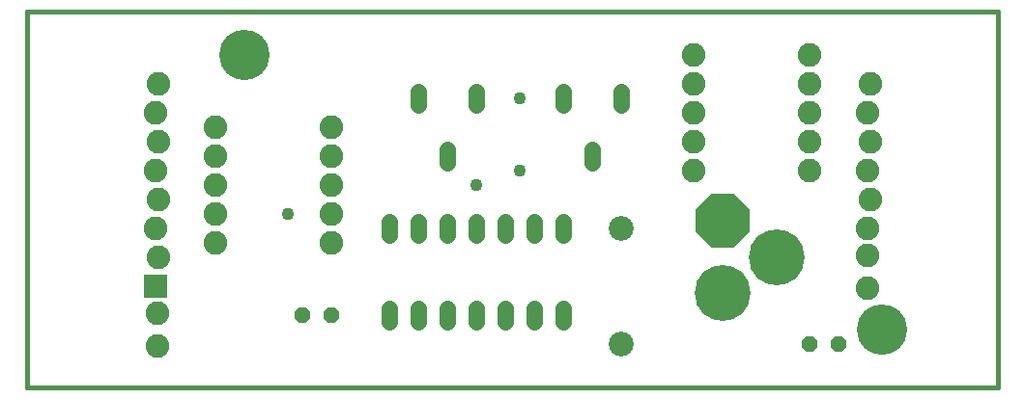
<source format=gts>
G75*
%MOIN*%
%OFA0B0*%
%FSLAX25Y25*%
%IPPOS*%
%LPD*%
%AMOC8*
5,1,8,0,0,1.08239X$1,22.5*
%
%ADD10C,0.01600*%
%ADD11C,0.08200*%
%ADD12R,0.08200X0.08200*%
%ADD13C,0.05600*%
%ADD14C,0.08600*%
%ADD15OC8,0.05600*%
%ADD16OC8,0.18517*%
%ADD17C,0.19304*%
%ADD18C,0.04343*%
%ADD19C,0.17398*%
D10*
X0001800Y0001800D02*
X0001800Y0131800D01*
X0336800Y0131800D01*
X0336800Y0001800D01*
X0001800Y0001800D01*
D11*
X0046800Y0016100D03*
X0046800Y0027500D03*
X0047300Y0046800D03*
X0046300Y0056800D03*
X0047300Y0066800D03*
X0046300Y0076800D03*
X0047300Y0086800D03*
X0046300Y0096800D03*
X0047300Y0106800D03*
X0066800Y0091800D03*
X0066800Y0081800D03*
X0066800Y0071800D03*
X0066800Y0061800D03*
X0066800Y0051800D03*
X0106800Y0051800D03*
X0106800Y0061800D03*
X0106800Y0071800D03*
X0106800Y0081800D03*
X0106800Y0091800D03*
X0231800Y0086800D03*
X0231800Y0096800D03*
X0231800Y0106800D03*
X0231800Y0116800D03*
X0231800Y0076800D03*
X0271800Y0076800D03*
X0271800Y0086800D03*
X0271800Y0096800D03*
X0271800Y0106800D03*
X0271800Y0116800D03*
X0292800Y0106800D03*
X0291800Y0096800D03*
X0292800Y0086800D03*
X0291800Y0076800D03*
X0292800Y0066800D03*
X0291800Y0056800D03*
X0291800Y0047500D03*
X0291800Y0036100D03*
D12*
X0046300Y0036800D03*
D13*
X0126800Y0029200D02*
X0126800Y0024400D01*
X0136800Y0024400D02*
X0136800Y0029200D01*
X0146800Y0029200D02*
X0146800Y0024400D01*
X0156800Y0024400D02*
X0156800Y0029200D01*
X0166800Y0029200D02*
X0166800Y0024400D01*
X0176800Y0024400D02*
X0176800Y0029200D01*
X0186800Y0029200D02*
X0186800Y0024400D01*
X0186800Y0054400D02*
X0186800Y0059200D01*
X0176800Y0059200D02*
X0176800Y0054400D01*
X0166800Y0054400D02*
X0166800Y0059200D01*
X0156800Y0059200D02*
X0156800Y0054400D01*
X0146800Y0054400D02*
X0146800Y0059200D01*
X0136800Y0059200D02*
X0136800Y0054400D01*
X0126800Y0054400D02*
X0126800Y0059200D01*
X0146800Y0079400D02*
X0146800Y0084200D01*
X0136800Y0099400D02*
X0136800Y0104200D01*
X0156800Y0104200D02*
X0156800Y0099400D01*
X0186800Y0099400D02*
X0186800Y0104200D01*
X0206800Y0104200D02*
X0206800Y0099400D01*
X0196800Y0084200D02*
X0196800Y0079400D01*
D14*
X0206800Y0056800D03*
X0206800Y0016800D03*
D15*
X0271800Y0016800D03*
X0281800Y0016800D03*
X0106800Y0026800D03*
X0096800Y0026800D03*
D16*
X0241800Y0059300D03*
D17*
X0260550Y0046800D03*
X0241800Y0034300D03*
D18*
X0171800Y0076800D03*
X0156800Y0071800D03*
X0171800Y0101800D03*
X0091800Y0061800D03*
D19*
X0076800Y0116800D03*
X0296800Y0021800D03*
M02*

</source>
